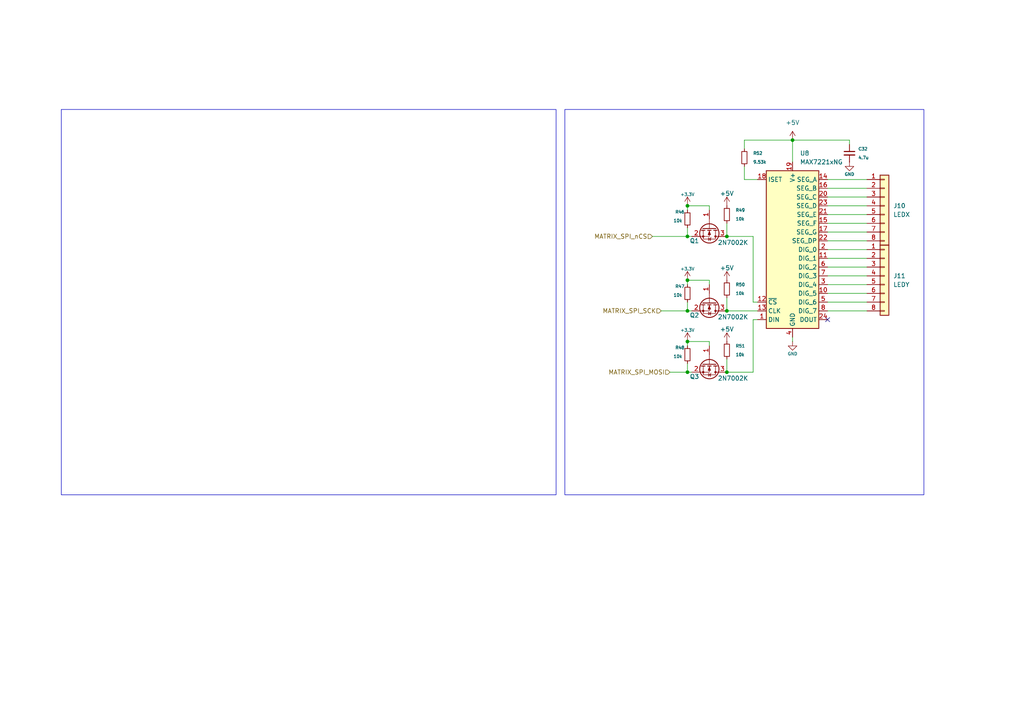
<source format=kicad_sch>
(kicad_sch (version 20250114) (generator "eeschema") (generator_version "9.0")
  (paper "A4")
  (lib_symbols
    (symbol "Connector_Generic:Conn_01x08" (pin_names (offset 1.016) (hide yes))
      (property "Reference" "J" (at 0 10.16 0))
      (property "Value" "Conn_01x08" (at 0 -12.7 0))
      (symbol "Conn_01x08_1_1"
        (rectangle (start -1.27 8.89) (end 1.27 -11.43) (stroke (width 0.254)) (fill (type background)))
        (rectangle (start -1.27 7.747) (end 0 7.493) (stroke (width 0.1524)))
        (rectangle (start -1.27 5.207) (end 0 4.953) (stroke (width 0.1524)))
        (rectangle (start -1.27 2.667) (end 0 2.413) (stroke (width 0.1524)))
        (rectangle (start -1.27 0.127) (end 0 -0.127) (stroke (width 0.1524)))
        (rectangle (start -1.27 -2.413) (end 0 -2.667) (stroke (width 0.1524)))
        (rectangle (start -1.27 -4.953) (end 0 -5.207) (stroke (width 0.1524)))
        (rectangle (start -1.27 -7.493) (end 0 -7.747) (stroke (width 0.1524)))
        (rectangle (start -1.27 -10.033) (end 0 -10.287) (stroke (width 0.1524)))
        (pin passive line (at -5.08 7.62 0) (length 3.81) (name "Pin_1") (number "1"))
        (pin passive line (at -5.08 5.08 0) (length 3.81) (name "Pin_2") (number "2"))
        (pin passive line (at -5.08 2.54 0) (length 3.81) (name "Pin_3") (number "3"))
        (pin passive line (at -5.08 0 0) (length 3.81) (name "Pin_4") (number "4"))
        (pin passive line (at -5.08 -2.54 0) (length 3.81) (name "Pin_5") (number "5"))
        (pin passive line (at -5.08 -5.08 0) (length 3.81) (name "Pin_6") (number "6"))
        (pin passive line (at -5.08 -7.62 0) (length 3.81) (name "Pin_7") (number "7"))
        (pin passive line (at -5.08 -10.16 0) (length 3.81) (name "Pin_8") (number "8"))
      )
    )
    (symbol "Device:C_Small" (pin_numbers (hide yes)) (pin_names (offset 0.254) (hide yes))
      (property "Reference" "C" (at 0.254 1.778 0))
      (property "Value" "C_Small" (at 0.254 -2.032 0))
      (symbol "C_Small_0_1"
        (polyline (pts (xy -1.524 0.508) (xy 1.524 0.508)) (stroke (width 0.3048)))
        (polyline (pts (xy -1.524 -0.508) (xy 1.524 -0.508)) (stroke (width 0.3302)))
      )
      (symbol "C_Small_1_1"
        (pin passive line (at 0 2.54 270) (length 2.032) (name "~") (number "1"))
        (pin passive line (at 0 -2.54 90) (length 2.032) (name "~") (number "2"))
      )
    )
    (symbol "Device:R_Small" (pin_numbers (hide yes)) (pin_names (offset 0.254) (hide yes))
      (property "Reference" "R" (at 0.762 0.508 0))
      (property "Value" "R_Small" (at 0.762 -1.016 0))
      (symbol "R_Small_0_1"
        (rectangle (start -0.762 1.778) (end 0.762 -1.778) (stroke (width 0.2032)))
      )
      (symbol "R_Small_1_1"
        (pin passive line (at 0 2.54 270) (length 0.762) (name "~") (number "1"))
        (pin passive line (at 0 -2.54 90) (length 0.762) (name "~") (number "2"))
      )
    )
    (symbol "Driver_LED:MAX7221xNG"
      (property "Reference" "U" (at -6.35 24.13 0))
      (property "Value" "MAX7221xNG" (at 1.27 25.4 0))
      (symbol "MAX7221xNG_0_1"
        (rectangle (start -7.62 22.86) (end 7.62 -22.86) (stroke (width 0.254)) (fill (type background)))
      )
      (symbol "MAX7221xNG_1_1"
        (pin input line (at -10.16 20.32 0) (length 2.54) (name "ISET") (number "18"))
        (pin input line (at -10.16 -15.24 0) (length 2.54) (name "~{CS}") (number "12"))
        (pin input line (at -10.16 -17.78 0) (length 2.54) (name "CLK") (number "13"))
        (pin input line (at -10.16 -20.32 0) (length 2.54) (name "DIN") (number "1"))
        (pin power_in line (at 0 25.4 270) (length 2.54) (name "V+") (number "19"))
        (pin power_in line (at 0 -25.4 90) (length 2.54) (name "GND") (number "4"))
        (pin passive line (at 0 -25.4 90) (length 2.54) (hide yes) (name "GND") (number "9"))
        (pin open_emitter line (at 10.16 20.32 180) (length 2.54) (name "SEG_A") (number "14"))
        (pin open_emitter line (at 10.16 17.78 180) (length 2.54) (name "SEG_B") (number "16"))
        (pin open_emitter line (at 10.16 15.24 180) (length 2.54) (name "SEG_C") (number "20"))
        (pin open_emitter line (at 10.16 12.7 180) (length 2.54) (name "SEG_D") (number "23"))
        (pin open_emitter line (at 10.16 10.16 180) (length 2.54) (name "SEG_E") (number "21"))
        (pin open_emitter line (at 10.16 7.62 180) (length 2.54) (name "SEG_F") (number "15"))
        (pin open_emitter line (at 10.16 5.08 180) (length 2.54) (name "SEG_G") (number "17"))
        (pin open_emitter line (at 10.16 2.54 180) (length 2.54) (name "SEG_DP") (number "22"))
        (pin open_collector line (at 10.16 0 180) (length 2.54) (name "DIG_0") (number "2"))
        (pin open_collector line (at 10.16 -2.54 180) (length 2.54) (name "DIG_1") (number "11"))
        (pin open_collector line (at 10.16 -5.08 180) (length 2.54) (name "DIG_2") (number "6"))
        (pin open_collector line (at 10.16 -7.62 180) (length 2.54) (name "DIG_3") (number "7"))
        (pin open_collector line (at 10.16 -10.16 180) (length 2.54) (name "DIG_4") (number "3"))
        (pin open_collector line (at 10.16 -12.7 180) (length 2.54) (name "DIG_5") (number "10"))
        (pin open_collector line (at 10.16 -15.24 180) (length 2.54) (name "DIG_6") (number "5"))
        (pin open_collector line (at 10.16 -17.78 180) (length 2.54) (name "DIG_7") (number "8"))
        (pin output line (at 10.16 -20.32 180) (length 2.54) (name "DOUT") (number "24"))
      )
    )
    (symbol "Transistor_FET:2N7002K" (pin_names (hide yes))
      (property "Reference" "Q" (at 5.08 1.905 0))
      (property "Value" "2N7002K" (at 5.08 0 0))
      (symbol "2N7002K_0_1"
        (polyline (pts (xy 0.254 1.905) (xy 0.254 -1.905)) (stroke (width 0.254)))
        (polyline (pts (xy 0.254 0) (xy -2.54 0)))
        (polyline (pts (xy 0.762 2.286) (xy 0.762 1.27)) (stroke (width 0.254)))
        (polyline (pts (xy 0.762 0.508) (xy 0.762 -0.508)) (stroke (width 0.254)))
        (polyline (pts (xy 0.762 -1.27) (xy 0.762 -2.286)) (stroke (width 0.254)))
        (polyline (pts (xy 0.762 -1.778) (xy 3.302 -1.778) (xy 3.302 1.778) (xy 0.762 1.778)))
        (polyline (pts (xy 1.016 0) (xy 2.032 0.381) (xy 2.032 -0.381) (xy 1.016 0)) (fill (type outline)))
        (circle (center 1.651 0) (radius 2.794) (stroke (width 0.254)))
        (polyline (pts (xy 2.54 2.54) (xy 2.54 1.778)))
        (circle (center 2.54 1.778) (radius 0.254) (fill (type outline)))
        (circle (center 2.54 -1.778) (radius 0.254) (fill (type outline)))
        (polyline (pts (xy 2.54 -2.54) (xy 2.54 0) (xy 0.762 0)))
        (polyline (pts (xy 2.794 0.508) (xy 2.921 0.381) (xy 3.683 0.381) (xy 3.81 0.254)))
        (polyline (pts (xy 3.302 0.381) (xy 2.921 -0.254) (xy 3.683 -0.254) (xy 3.302 0.381)))
      )
      (symbol "2N7002K_1_1"
        (pin input line (at -5.08 0 0) (length 2.54) (name "G") (number "1"))
        (pin passive line (at 2.54 5.08 270) (length 2.54) (name "D") (number "3"))
        (pin passive line (at 2.54 -5.08 90) (length 2.54) (name "S") (number "2"))
      )
    )
    (symbol "power:+3.3V" (power) (pin_numbers (hide yes)) (pin_names (offset 0) (hide yes))
      (property "Value" "+3.3V" (at 0 3.556 0))
      (symbol "+3.3V_0_1"
        (polyline (pts (xy -0.762 1.27) (xy 0 2.54)))
        (polyline (pts (xy 0 2.54) (xy 0.762 1.27)))
        (polyline (pts (xy 0 0) (xy 0 2.54)))
      )
      (symbol "+3.3V_1_1"
        (pin power_in line (at 0 0 90) (length 0) (name "~") (number "1"))
      )
    )
    (symbol "power:+5V" (power) (pin_numbers (hide yes)) (pin_names (offset 0) (hide yes))
      (property "Value" "+5V" (at 0 3.556 0))
      (symbol "+5V_0_1"
        (polyline (pts (xy -0.762 1.27) (xy 0 2.54)))
        (polyline (pts (xy 0 2.54) (xy 0.762 1.27)))
        (polyline (pts (xy 0 0) (xy 0 2.54)))
      )
      (symbol "+5V_1_1"
        (pin power_in line (at 0 0 90) (length 0) (name "~") (number "1"))
      )
    )
    (symbol "power:GND" (power) (pin_numbers (hide yes)) (pin_names (offset 0) (hide yes))
      (property "Value" "GND" (at 0 -3.81 0))
      (symbol "GND_0_1"
        (polyline (pts (xy 0 0) (xy 0 -1.27) (xy 1.27 -1.27) (xy 0 -2.54) (xy -1.27 -1.27) (xy 0 -1.27)))
      )
      (symbol "GND_1_1"
        (pin power_in line (at 0 0 270) (length 0) (name "~") (number "1"))
      )
    )
  )
  (rectangle (start 17.78 31.75) (end 161.29 143.51))
  (rectangle (start 163.83 31.75) (end 267.97 143.51))
  (junction (at 210.82 68.58))
  (junction (at 229.87 40.64))
  (junction (at 199.39 107.95))
  (junction (at 199.39 99.06))
  (junction (at 199.39 81.28))
  (junction (at 210.82 90.17))
  (junction (at 199.39 59.69))
  (junction (at 210.82 107.95))
  (junction (at 199.39 68.58))
  (junction (at 199.39 90.17))
  (no_connect (at 240.03 92.71))
  (wire (pts (xy 191.77 90.17) (xy 199.39 90.17)))
  (wire (pts (xy 210.82 90.17) (xy 219.71 90.17)))
  (wire (pts (xy 240.03 62.23) (xy 251.46 62.23)))
  (wire (pts (xy 210.82 107.95) (xy 218.44 107.95)))
  (wire (pts (xy 215.9 48.26) (xy 215.9 52.07)))
  (wire (pts (xy 246.38 41.91) (xy 246.38 40.64)))
  (wire (pts (xy 215.9 43.18) (xy 215.9 40.64)))
  (wire (pts (xy 229.87 40.64) (xy 229.87 46.99)))
  (wire (pts (xy 205.74 99.06) (xy 205.74 100.33)))
  (wire (pts (xy 215.9 52.07) (xy 219.71 52.07)))
  (wire (pts (xy 240.03 80.01) (xy 251.46 80.01)))
  (wire (pts (xy 199.39 107.95) (xy 200.66 107.95)))
  (wire (pts (xy 240.03 90.17) (xy 251.46 90.17)))
  (wire (pts (xy 240.03 64.77) (xy 251.46 64.77)))
  (wire (pts (xy 240.03 67.31) (xy 251.46 67.31)))
  (wire (pts (xy 240.03 77.47) (xy 251.46 77.47)))
  (wire (pts (xy 215.9 40.64) (xy 229.87 40.64)))
  (wire (pts (xy 199.39 68.58) (xy 200.66 68.58)))
  (wire (pts (xy 199.39 82.55) (xy 199.39 81.28)))
  (wire (pts (xy 210.82 104.14) (xy 210.82 107.95)))
  (wire (pts (xy 199.39 99.06) (xy 205.74 99.06)))
  (wire (pts (xy 240.03 72.39) (xy 251.46 72.39)))
  (wire (pts (xy 218.44 87.63) (xy 219.71 87.63)))
  (wire (pts (xy 199.39 100.33) (xy 199.39 99.06)))
  (wire (pts (xy 240.03 69.85) (xy 251.46 69.85)))
  (wire (pts (xy 194.31 107.95) (xy 199.39 107.95)))
  (wire (pts (xy 205.74 59.69) (xy 205.74 60.96)))
  (wire (pts (xy 199.39 105.41) (xy 199.39 107.95)))
  (wire (pts (xy 240.03 54.61) (xy 251.46 54.61)))
  (wire (pts (xy 210.82 68.58) (xy 218.44 68.58)))
  (wire (pts (xy 199.39 59.69) (xy 205.74 59.69)))
  (wire (pts (xy 218.44 68.58) (xy 218.44 87.63)))
  (wire (pts (xy 240.03 74.93) (xy 251.46 74.93)))
  (wire (pts (xy 210.82 86.36) (xy 210.82 90.17)))
  (wire (pts (xy 240.03 87.63) (xy 251.46 87.63)))
  (wire (pts (xy 199.39 87.63) (xy 199.39 90.17)))
  (wire (pts (xy 189.23 68.58) (xy 199.39 68.58)))
  (wire (pts (xy 240.03 85.09) (xy 251.46 85.09)))
  (wire (pts (xy 218.44 92.71) (xy 218.44 107.95)))
  (wire (pts (xy 240.03 59.69) (xy 251.46 59.69)))
  (wire (pts (xy 229.87 40.64) (xy 246.38 40.64)))
  (wire (pts (xy 199.39 60.96) (xy 199.39 59.69)))
  (wire (pts (xy 219.71 92.71) (xy 218.44 92.71)))
  (wire (pts (xy 229.87 97.79) (xy 229.87 99.06)))
  (wire (pts (xy 210.82 64.77) (xy 210.82 68.58)))
  (wire (pts (xy 199.39 81.28) (xy 205.74 81.28)))
  (wire (pts (xy 240.03 82.55) (xy 251.46 82.55)))
  (wire (pts (xy 199.39 90.17) (xy 200.66 90.17)))
  (wire (pts (xy 240.03 57.15) (xy 251.46 57.15)))
  (wire (pts (xy 199.39 66.04) (xy 199.39 68.58)))
  (wire (pts (xy 205.74 81.28) (xy 205.74 82.55)))
  (wire (pts (xy 240.03 52.07) (xy 251.46 52.07)))
  (hierarchical_label "MATRIX_SPI_nCS" (shape input) (at 189.23 68.58 180))
  (hierarchical_label "MATRIX_SPI_MOSI" (shape input) (at 194.31 107.95 180))
  (hierarchical_label "MATRIX_SPI_SCK" (shape input) (at 191.77 90.17 180))
  (symbol (lib_id "Device:R_Small") (at 210.82 62.23 0) (unit 1)
    (property "Reference" "R49" (at 213.36 60.9599 0) (effects (font (size 0.889 0.889)) (justify left)))
    (property "Value" "10k" (at 213.36 63.4999 0) (effects (font (size 0.889 0.889)) (justify left)))
    (property "Footprint" "Resistor_SMD:R_0402_1005Metric" (effects (hide yes)))
    (property "Description" "Resistor, small symbol" (effects (hide yes)))
  )
  (symbol (lib_id "Device:C_Small") (at 246.38 44.45 0) (unit 1)
    (property "Reference" "C32" (at 248.92 43.1862 0) (effects (font (size 0.889 0.889)) (justify left)))
    (property "Value" "4.7u" (at 248.92 45.7262 0) (effects (font (size 0.889 0.889)) (justify left)))
    (property "Footprint" "Capacitor_SMD:C_0603_1608Metric" (effects (hide yes)))
    (property "Description" "Unpolarized capacitor, small symbol" (effects (hide yes)))
  )
  (symbol (lib_id "power:+5V") (at 210.82 59.69 0) (unit 1)
    (property "Reference" "#PWR0102" (effects (hide yes)))
    (property "Value" "+5V" (at 210.82 56.134 0))
    (property "Description" "Power symbol creates a global label with name \"+5V\"" (effects (hide yes)))
  )
  (symbol (lib_id "Device:R_Small") (at 210.82 101.6 0) (unit 1)
    (property "Reference" "R51" (at 213.36 100.3299 0) (effects (font (size 0.889 0.889)) (justify left)))
    (property "Value" "10k" (at 213.36 102.8699 0) (effects (font (size 0.889 0.889)) (justify left)))
    (property "Footprint" "Resistor_SMD:R_0402_1005Metric" (effects (hide yes)))
    (property "Description" "Resistor, small symbol" (effects (hide yes)))
  )
  (symbol (lib_id "Connector_Generic:Conn_01x08") (at 256.54 59.69 0) (unit 1)
    (property "Reference" "J10" (at 259.08 59.6899 0) (effects (justify left)))
    (property "Value" "LEDX" (at 259.08 62.2299 0) (effects (justify left)))
    (property "Footprint" "Connector_PinSocket_2.54mm:PinSocket_1x08_P2.54mm_Vertical" (effects (hide yes)))
    (property "Description" "Generic connector, single row, 01x08, script generated (kicad-library-utils/schlib/autogen/connector/)" (effects (hide yes)))
  )
  (symbol (lib_id "power:+3.3V") (at 199.39 99.06 0) (unit 1)
    (property "Reference" "#PWR0101" (effects (hide yes)))
    (property "Value" "+3.3V" (at 199.39 95.758 0) (effects (font (size 0.889 0.889))))
    (property "Description" "Power symbol creates a global label with name \"+3.3V\"" (effects (hide yes)))
  )
  (symbol (lib_id "Device:R_Small") (at 199.39 102.87 0) (unit 1)
    (property "Reference" "R48" (at 195.834 100.838 0) (effects (font (size 0.889 0.889)) (justify left)))
    (property "Value" "10k" (at 195.326 103.378 0) (effects (font (size 0.889 0.889)) (justify left)))
    (property "Footprint" "Resistor_SMD:R_0402_1005Metric" (effects (hide yes)))
    (property "Description" "Resistor, small symbol" (effects (hide yes)))
  )
  (symbol (lib_id "Device:R_Small") (at 199.39 63.5 0) (unit 1)
    (property "Reference" "R46" (at 195.834 61.468 0) (effects (font (size 0.889 0.889)) (justify left)))
    (property "Value" "10k" (at 195.326 64.008 0) (effects (font (size 0.889 0.889)) (justify left)))
    (property "Footprint" "Resistor_SMD:R_0402_1005Metric" (effects (hide yes)))
    (property "Description" "Resistor, small symbol" (effects (hide yes)))
  )
  (symbol (lib_id "power:+3.3V") (at 199.39 81.28 0) (unit 1)
    (property "Reference" "#PWR0100" (effects (hide yes)))
    (property "Value" "+3.3V" (at 199.39 77.978 0) (effects (font (size 0.889 0.889))))
    (property "Description" "Power symbol creates a global label with name \"+3.3V\"" (effects (hide yes)))
  )
  (symbol (lib_id "Device:R_Small") (at 199.39 85.09 0) (unit 1)
    (property "Reference" "R47" (at 195.834 83.058 0) (effects (font (size 0.889 0.889)) (justify left)))
    (property "Value" "10k" (at 195.326 85.598 0) (effects (font (size 0.889 0.889)) (justify left)))
    (property "Footprint" "Resistor_SMD:R_0402_1005Metric" (effects (hide yes)))
    (property "Description" "Resistor, small symbol" (effects (hide yes)))
  )
  (symbol (lib_id "Device:R_Small") (at 215.9 45.72 0) (unit 1)
    (property "Reference" "R52" (at 218.44 44.45 0) (effects (font (size 0.889 0.889)) (justify left)))
    (property "Value" "9.53k" (at 218.44 46.99 0) (effects (font (size 0.889 0.889)) (justify left)))
    (property "Footprint" "Resistor_SMD:R_0402_1005Metric" (effects (hide yes)))
    (property "Description" "Resistor, small symbol" (effects (hide yes)))
  )
  (symbol (lib_id "power:+5V") (at 210.82 81.28 0) (unit 1)
    (property "Reference" "#PWR0103" (effects (hide yes)))
    (property "Value" "+5V" (at 210.82 77.724 0))
    (property "Description" "Power symbol creates a global label with name \"+5V\"" (effects (hide yes)))
  )
  (symbol (lib_id "Transistor_FET:2N7002K") (at 205.74 87.63 270) (unit 1)
    (property "Reference" "Q2" (at 201.422 91.44 90))
    (property "Value" "2N7002K" (at 212.598 91.948 90))
    (property "Footprint" "Package_TO_SOT_SMD:SOT-23" (effects (hide yes)))
    (property "Datasheet" "https://www.diodes.com/assets/Datasheets/ds30896.pdf" (effects (hide yes)))
    (property "Description" "0.38A Id, 60V Vds, N-Channel MOSFET, SOT-23" (effects (hide yes)))
  )
  (symbol (lib_id "power:GND") (at 229.87 99.06 0) (mirror y) (unit 1)
    (property "Reference" "#PWR0106" (effects (hide yes)))
    (property "Value" "GND" (at 229.87 102.616 0) (effects (font (size 0.889 0.889))))
    (property "Description" "Power symbol creates a global label with name \"GND\" , ground" (effects (hide yes)))
  )
  (symbol (lib_id "power:+5V") (at 229.87 40.64 0) (unit 1)
    (property "Reference" "#PWR0105" (effects (hide yes)))
    (property "Value" "+5V" (at 229.87 35.56 0))
    (property "Description" "Power symbol creates a global label with name \"+5V\"" (effects (hide yes)))
  )
  (symbol (lib_id "Transistor_FET:2N7002K") (at 205.74 105.41 270) (unit 1)
    (property "Reference" "Q3" (at 201.422 109.22 90))
    (property "Value" "2N7002K" (at 212.598 109.728 90))
    (property "Footprint" "Package_TO_SOT_SMD:SOT-23" (effects (hide yes)))
    (property "Datasheet" "https://www.diodes.com/assets/Datasheets/ds30896.pdf" (effects (hide yes)))
    (property "Description" "0.38A Id, 60V Vds, N-Channel MOSFET, SOT-23" (effects (hide yes)))
  )
  (symbol (lib_id "Connector_Generic:Conn_01x08") (at 256.54 80.01 0) (unit 1)
    (property "Reference" "J11" (at 259.08 80.0099 0) (effects (justify left)))
    (property "Value" "LEDY" (at 259.08 82.5499 0) (effects (justify left)))
    (property "Footprint" "Connector_PinSocket_2.54mm:PinSocket_1x08_P2.54mm_Vertical" (effects (hide yes)))
    (property "Description" "Generic connector, single row, 01x08, script generated (kicad-library-utils/schlib/autogen/connector/)" (effects (hide yes)))
  )
  (symbol (lib_id "Transistor_FET:2N7002K") (at 205.74 66.04 270) (unit 1)
    (property "Reference" "Q1" (at 201.422 69.85 90))
    (property "Value" "2N7002K" (at 212.598 70.358 90))
    (property "Footprint" "Package_TO_SOT_SMD:SOT-23" (effects (hide yes)))
    (property "Datasheet" "https://www.diodes.com/assets/Datasheets/ds30896.pdf" (effects (hide yes)))
    (property "Description" "0.38A Id, 60V Vds, N-Channel MOSFET, SOT-23" (effects (hide yes)))
  )
  (symbol (lib_id "power:GND") (at 246.38 46.99 0) (unit 1)
    (property "Reference" "#PWR0107" (effects (hide yes)))
    (property "Value" "GND" (at 246.38 50.546 0) (effects (font (size 0.889 0.889))))
    (property "Description" "Power symbol creates a global label with name \"GND\" , ground" (effects (hide yes)))
  )
  (symbol (lib_id "power:+3.3V") (at 199.39 59.69 0) (unit 1)
    (property "Reference" "#PWR099" (effects (hide yes)))
    (property "Value" "+3.3V" (at 199.39 56.388 0) (effects (font (size 0.889 0.889))))
    (property "Description" "Power symbol creates a global label with name \"+3.3V\"" (effects (hide yes)))
  )
  (symbol (lib_id "Device:R_Small") (at 210.82 83.82 0) (unit 1)
    (property "Reference" "R50" (at 213.36 82.5499 0) (effects (font (size 0.889 0.889)) (justify left)))
    (property "Value" "10k" (at 213.36 85.0899 0) (effects (font (size 0.889 0.889)) (justify left)))
    (property "Footprint" "Resistor_SMD:R_0402_1005Metric" (effects (hide yes)))
    (property "Description" "Resistor, small symbol" (effects (hide yes)))
  )
  (symbol (lib_id "Driver_LED:MAX7221xNG") (at 229.87 72.39 0) (unit 1)
    (property "Reference" "U8" (at 232.0133 44.45 0) (effects (justify left)))
    (property "Value" "MAX7221xNG" (at 232.0133 46.99 0) (effects (justify left)))
    (property "Footprint" "Package_DIP:DIP-24_W7.62mm" (effects (hide yes)))
    (property "Datasheet" "https://datasheets.maximintegrated.com/en/ds/MAX7219-MAX7221.pdf" (effects (hide yes)))
    (property "Description" "Serially Interfaced, 8-Digit LED Display Driver, PDIP-24" (effects (hide yes)))
  )
  (symbol (lib_id "power:+5V") (at 210.82 99.06 0) (unit 1)
    (property "Reference" "#PWR0104" (effects (hide yes)))
    (property "Value" "+5V" (at 210.82 95.504 0))
    (property "Description" "Power symbol creates a global label with name \"+5V\"" (effects (hide yes)))
  )
)
</source>
